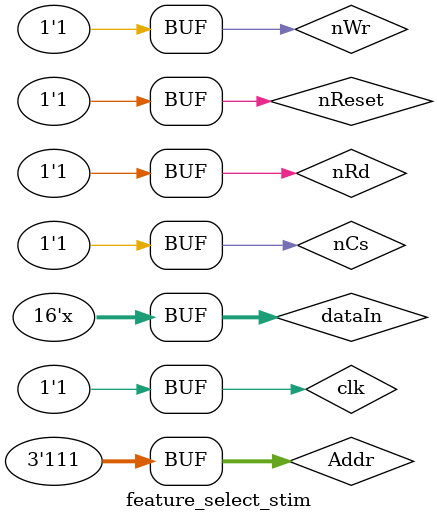
<source format=v>
`timescale 1ns / 100ps
`include "parameter.v"

module feature_select_stim;

parameter period = 100000;

reg [15:0] dataIn;
reg clk, nReset, nRd, nWr, nCs;
reg [2:0] Addr;

wire [15:0] dataOut;
wire Intr; 

feature_select dut (clk, nReset, Addr, dataIn, dataOut, nRd, nWr, nCs, Intr);

task wr_data;
input [2:0] address;
input [15:0] data;
	begin
	#period
	Addr = address;
	dataIn = data;
	nCs = 0;
	nRd = 1;
	nWr = 0;
#period;
Addr = address;
dataIn = 16'bZ;
nCs = 1;
nRd = 1;
nWr = 1;
#period;
end
endtask

task rd_data;
input [2:0] address;
begin
#period;
Addr = address;
nCs = 0;
nRd = 0;
nWr = 1;
#period;
Addr = address;
nCs = 1;
nRd = 1;
nWr = 1;
#period;
end
endtask

always
begin
  clk = 1;
  #(period/2)	clk = 0;
  #(period/2)	clk = 1;
end


initial
begin
nReset= 0; 
dataIn = 16'bZ;
Addr = 3'b000;
nRd = 1;
nWr = 1;
nCs = 1;		 
#(10*period);
nReset= 1;
#(20*period);
// write feature code
wr_data (3'b110,16'b0000011011110000);
wr_data (3'b111, 16'b0000000011111110);
rd_data (3'b110);
rd_data (3'b111);	    
// write start, select X
wr_data (3'b010,16'h8000);
rd_data (3'b010);
#(20*period);

// x data
#(2*period); wr_data(3'b000,16'b0000000000001011);
#(2*period); wr_data(3'b000,16'b0000000000001010);
#(2*period); wr_data(3'b000,16'b0000000000001101);
#(2*period); wr_data(3'b000,16'b0000000000001100);
#(2*period); wr_data(3'b000,16'b0000000000001100);
#(2*period); wr_data(3'b000,16'b0000000000001101);
#(2*period); wr_data(3'b000,16'b0000000000001010);
#(2*period); wr_data(3'b000,16'b0000000000001100);
#(2*period); wr_data(3'b000,16'b0000000000001110);
#(2*period); wr_data(3'b000,16'b0000000000001101);
#(2*period); wr_data(3'b000,16'b0000000000001011);
#(2*period); wr_data(3'b000,16'b0000000000001011);
#(2*period); wr_data(3'b000,16'b0000000000001010);
#(2*period); wr_data(3'b000,16'b0000000000001010);
#(2*period); wr_data(3'b000,16'b0000000000001100);
#(2*period); wr_data(3'b000,16'b0000000000001101);
#(2*period); wr_data(3'b000,16'b0000000000001110);
#(2*period); wr_data(3'b000,16'b0000000000001101);
#(2*period); wr_data(3'b000,16'b0000000000001011);
#(2*period); wr_data(3'b000,16'b0000000000001101);
#(2*period); wr_data(3'b000,16'b0000000000001011);
#(2*period); wr_data(3'b000,16'b0000000000001011);
#(2*period); wr_data(3'b000,16'b0000000000001010);
#(2*period); wr_data(3'b000,16'b0000000000001011);
#(2*period); wr_data(3'b000,16'b0000000000001011);
#(2*period); wr_data(3'b000,16'b0000000000001011);
#(2*period); wr_data(3'b000,16'b0000000000001100);
#(2*period); wr_data(3'b000,16'b0000000000001100);
#(2*period); wr_data(3'b000,16'b0000000000001011);
#(2*period); wr_data(3'b000,16'b0000000000001011);
#(2*period); wr_data(3'b000,16'b0000000000001110);
#(2*period); wr_data(3'b000,16'b0000000000001110);
#(2*period); wr_data(3'b000,16'b0000000000001101);
#(2*period); wr_data(3'b000,16'b0000000000001011);
#(2*period); wr_data(3'b000,16'b0000000000001011);
#(2*period); wr_data(3'b000,16'b0000000000001010);
#(2*period); wr_data(3'b000,16'b0000000000001111);
#(2*period); wr_data(3'b000,16'b0000000000001110);
#(2*period); wr_data(3'b000,16'b0000000000001101);
#(2*period); wr_data(3'b000,16'b0000000000001100);
#(2*period); wr_data(3'b000,16'b0000000000001011);
#(2*period); wr_data(3'b000,16'b0000000000001101);
#(2*period); wr_data(3'b000,16'b0000000000001111);
#(2*period); wr_data(3'b000,16'b0000000000001011);
#(2*period); wr_data(3'b000,16'b0000000000001011);
#(2*period); wr_data(3'b000,16'b0000000000001100);
#(2*period); wr_data(3'b000,16'b0000000000001010);
#(2*period); wr_data(3'b000,16'b0000000000001101);
#(2*period); wr_data(3'b000,16'b0000000000001100);
#(2*period); wr_data(3'b000,16'b0000000000001111);
#(2*period); wr_data(3'b000,16'b0000000000001100);
#(2*period); wr_data(3'b000,16'b0000000000001101);
#(2*period); wr_data(3'b000,16'b0000000000001011);
#(2*period); wr_data(3'b000,16'b0000000000001100);
#(2*period); wr_data(3'b000,16'b0000000000001011);
#(2*period); wr_data(3'b000,16'b0000000000001110);
#(2*period); wr_data(3'b000,16'b0000000000001110);
#(2*period); wr_data(3'b000,16'b0000000000001100);
#(2*period); wr_data(3'b000,16'b0000000000001101);
#(2*period); wr_data(3'b000,16'b0000000000001011);
#(2*period); wr_data(3'b000,16'b0000000000001101);
#(2*period); wr_data(3'b000,16'b0000000000001110);
#(2*period); wr_data(3'b000,16'b0000000000001101);
#(2*period); wr_data(3'b000,16'b0000000000001100);
#(2*period); wr_data(3'b000,16'b0000000000001011);
#(2*period); wr_data(3'b000,16'b0000000000001100);
#(2*period); wr_data(3'b000,16'b0000000000001100);
#(2*period); wr_data(3'b000,16'b0000000000001100);
#(2*period); wr_data(3'b000,16'b0000000000001101);
#(2*period); wr_data(3'b000,16'b0000000000001110);
#(2*period); wr_data(3'b000,16'b0000000000001100);
#(2*period); wr_data(3'b000,16'b0000000000001100);
#(2*period); wr_data(3'b000,16'b0000000000001011);
#(2*period); wr_data(3'b000,16'b0000000000001010);
#(2*period); wr_data(3'b000,16'b0000000000001011);
#(2*period); wr_data(3'b000,16'b0000000000001100);
#(2*period); wr_data(3'b000,16'b0000000000001101);
#(2*period); wr_data(3'b000,16'b0000000000001111);
#(2*period); wr_data(3'b000,16'b0000000000001111);
#(2*period); wr_data(3'b000,16'b0000000000001100);
#(2*period); wr_data(3'b000,16'b0000000000001011);
#(2*period); wr_data(3'b000,16'b0000000000001110);
#(2*period); wr_data(3'b000,16'b0000000000001110);
#(2*period); wr_data(3'b000,16'b0000000000001110);
#(2*period); wr_data(3'b000,16'b0000000000001110);
#(2*period); wr_data(3'b000,16'b0000000000001011);
#(2*period); wr_data(3'b000,16'b0000000000001101);
#(2*period); wr_data(3'b000,16'b0000000000001100);
#(2*period); wr_data(3'b000,16'b0000000000001011);
#(2*period); wr_data(3'b000,16'b0000000000001010);
#(2*period); wr_data(3'b000,16'b0000000000001110);
#(2*period); wr_data(3'b000,16'b0000000000001011);
#(2*period); wr_data(3'b000,16'b0000000000001011);
#(2*period); wr_data(3'b000,16'b0000000000001101);
#(2*period); wr_data(3'b000,16'b0000000000001110);
#(2*period); wr_data(3'b000,16'b0000000000001101);
#(2*period); wr_data(3'b000,16'b0000000000001110);
#(2*period); wr_data(3'b000,16'b0000000000001011);
#(2*period); wr_data(3'b000,16'b0000000000001111);
#(2*period); wr_data(3'b000,16'b0000000000001101);
#(2*period); wr_data(3'b000,16'b0000000000001101);
#(2*period); wr_data(3'b000,16'b0000000000001010);
#(2*period); wr_data(3'b000,16'b0000000000001110);
#(2*period); wr_data(3'b000,16'b0000000000001110);
#(2*period); wr_data(3'b000,16'b0000000000001011);
#(2*period); wr_data(3'b000,16'b0000000000001101);
#(2*period); wr_data(3'b000,16'b0000000000001100);
#(2*period); wr_data(3'b000,16'b0000000000001101);
#(2*period); wr_data(3'b000,16'b0000000000001100);
#(2*period); wr_data(3'b000,16'b0000000000001100);
#(2*period); wr_data(3'b000,16'b0000000000001011);
#(2*period); wr_data(3'b000,16'b0000000000001011);
#(2*period); wr_data(3'b000,16'b0000000000001010);
#(2*period); wr_data(3'b000,16'b0000000000001111);
#(2*period); wr_data(3'b000,16'b0000000000001101);
#(2*period); wr_data(3'b000,16'b0000000000001111);
#(2*period); wr_data(3'b000,16'b0000000000001011);
#(2*period); wr_data(3'b000,16'b0000000000001111);
#(2*period); wr_data(3'b000,16'b0000000000001110);
#(2*period); wr_data(3'b000,16'b0000000000001101);
#(2*period); wr_data(3'b000,16'b0000000000001100);
#(2*period); wr_data(3'b000,16'b0000000000001011);
#(2*period); wr_data(3'b000,16'b0000000000001110);
#(2*period); wr_data(3'b000,16'b0000000000001011);
#(2*period); wr_data(3'b000,16'b0000000000001010);
#(2*period); wr_data(3'b000,16'b0000000000001110);
#(2*period); wr_data(3'b000,16'b0000000000001101);
#(2*period); wr_data(3'b000,16'b0000000000001110);
#(2*period); wr_data(3'b000,16'b0000000000001101);
#(2*period); wr_data(3'b000,16'b0000000000001100);
#(2*period); wr_data(3'b000,16'b0000000000001100);
#(2*period); wr_data(3'b000,16'b0000000000001110);
#(2*period); wr_data(3'b000,16'b0000000000001100);
#(2*period); wr_data(3'b000,16'b0000000000001110);
#(2*period); wr_data(3'b000,16'b0000000000001110);
#(2*period); wr_data(3'b000,16'b0000000000001110);
#(2*period); wr_data(3'b000,16'b0000000000001101);
#(2*period); wr_data(3'b000,16'b0000000000001101);
#(2*period); wr_data(3'b000,16'b0000000000001111);
#(2*period); wr_data(3'b000,16'b0000000000001100);
#(2*period); wr_data(3'b000,16'b0000000000001010);
#(2*period); wr_data(3'b000,16'b0000000000001110);
#(2*period); wr_data(3'b000,16'b0000000000001101);
#(2*period); wr_data(3'b000,16'b0000000000001100);
#(2*period); wr_data(3'b000,16'b0000000000001111);
#(2*period); wr_data(3'b000,16'b0000000000001011);
#(2*period); wr_data(3'b000,16'b0000000000001101);
#(2*period); wr_data(3'b000,16'b0000000000001101);
#(2*period); wr_data(3'b000,16'b0000000000001100);
#(2*period); wr_data(3'b000,16'b0000000000001011);
#(2*period); wr_data(3'b000,16'b0000000000001010);
#(2*period); wr_data(3'b000,16'b0000000000001100);
#(2*period); wr_data(3'b000,16'b0000000000001011);
#(2*period); wr_data(3'b000,16'b0000000000001110);
#(2*period); wr_data(3'b000,16'b0000000000001100);
#(2*period); wr_data(3'b000,16'b0000000000001110);
#(2*period); wr_data(3'b000,16'b0000000000001110);
#(2*period); wr_data(3'b000,16'b0000000000001101);
#(2*period); wr_data(3'b000,16'b0000000000001011);
#(2*period); wr_data(3'b000,16'b0000000000001111);
#(2*period); wr_data(3'b000,16'b0000000000001011);
#(2*period); wr_data(3'b000,16'b0000000000001111);
#(2*period); wr_data(3'b000,16'b0000000000001011);
#(2*period); wr_data(3'b000,16'b0000000000001100);
#(2*period); wr_data(3'b000,16'b0000000000001010);
#(2*period); wr_data(3'b000,16'b0000000000001101);
#(2*period); wr_data(3'b000,16'b0000000000001011);
#(2*period); wr_data(3'b000,16'b0000000000001010);
#(2*period); wr_data(3'b000,16'b0000000000001110);
#(2*period); wr_data(3'b000,16'b0000000000001100);
#(2*period); wr_data(3'b000,16'b0000000000001101);
#(2*period); wr_data(3'b000,16'b0000000000001100);
#(2*period); wr_data(3'b000,16'b0000000000001101);
#(2*period); wr_data(3'b000,16'b0000000000001010);
#(2*period); wr_data(3'b000,16'b0000000000001111);
#(2*period); wr_data(3'b000,16'b0000000000001110);
#(2*period); wr_data(3'b000,16'b0000000000001110);
#(2*period); wr_data(3'b000,16'b0000000000001110);
#(2*period); wr_data(3'b000,16'b0000000000001100);
#(2*period); wr_data(3'b000,16'b0000000000001101);
#(2*period); wr_data(3'b000,16'b0000000000001101);
#(2*period); wr_data(3'b000,16'b0000000000001101);
#(2*period); wr_data(3'b000,16'b0000000000001011);
#(2*period); wr_data(3'b000,16'b0000000000001011);
#(2*period); wr_data(3'b000,16'b0000000000001100);
#(2*period); wr_data(3'b000,16'b0000000000001011);
#(2*period); wr_data(3'b000,16'b0000000000001110);
#(2*period); wr_data(3'b000,16'b0000000000001111);
#(2*period); wr_data(3'b000,16'b0000000000001010);
#(2*period); wr_data(3'b000,16'b0000000000001101);
#(2*period); wr_data(3'b000,16'b0000000000001010);
#(2*period); wr_data(3'b000,16'b0000000000001110);
#(2*period); wr_data(3'b000,16'b0000000000001111);
#(2*period); wr_data(3'b000,16'b0000000000001010);
#(2*period); wr_data(3'b000,16'b0000000000001111);
#(2*period); wr_data(3'b000,16'b0000000000001010);
#(2*period); wr_data(3'b000,16'b0000000000001101);
#(2*period); wr_data(3'b000,16'b0000000000001110);
#(2*period); wr_data(3'b000,16'b0000000000001101);
#(2*period); wr_data(3'b000,16'b0000000000001110);
#(2*period); wr_data(3'b000,16'b0000000000001110);
#(2*period); wr_data(3'b000,16'b0000000000001101);
#(2*period); wr_data(3'b000,16'b0000000000001011);
#(2*period); wr_data(3'b000,16'b0000000000001011);
#(2*period); wr_data(3'b000,16'b0000000000001011);
#(2*period); wr_data(3'b000,16'b0000000000001010);
#(2*period); wr_data(3'b000,16'b0000000000001011);
#(2*period); wr_data(3'b000,16'b0000000000001101);
#(2*period); wr_data(3'b000,16'b0000000000001111);
#(2*period); wr_data(3'b000,16'b0000000000001100);
#(2*period); wr_data(3'b000,16'b0000000000001100);
#(2*period); wr_data(3'b000,16'b0000000000001111);
#(2*period); wr_data(3'b000,16'b0000000000001111);
#(2*period); wr_data(3'b000,16'b0000000000001101);
#(2*period); wr_data(3'b000,16'b0000000000001111);
#(2*period); wr_data(3'b000,16'b0000000000001110);
#(2*period); wr_data(3'b000,16'b0000000000001100);
#(2*period); wr_data(3'b000,16'b0000000000001101);
#(2*period); wr_data(3'b000,16'b0000000000001011);
#(2*period); wr_data(3'b000,16'b0000000000001011);
#(2*period); wr_data(3'b000,16'b0000000000001101);
#(2*period); wr_data(3'b000,16'b0000000000001101);
#(2*period); wr_data(3'b000,16'b0000000000001100);
#(2*period); wr_data(3'b000,16'b0000000000001101);
#(2*period); wr_data(3'b000,16'b0000000000001110);
#(2*period); wr_data(3'b000,16'b0000000000001101);
#(2*period); wr_data(3'b000,16'b0000000000001101);
#(2*period); wr_data(3'b000,16'b0000000000001101);
#(2*period); wr_data(3'b000,16'b0000000000001101);
#(2*period); wr_data(3'b000,16'b0000000000001010);
#(2*period); wr_data(3'b000,16'b0000000000001110);
#(2*period); wr_data(3'b000,16'b0000000000001111);
#(2*period); wr_data(3'b000,16'b0000000000001100);
#(2*period); wr_data(3'b000,16'b0000000000001111);
#(2*period); wr_data(3'b000,16'b0000000000001100);
#(2*period); wr_data(3'b000,16'b0000000000001110);
#(2*period); wr_data(3'b000,16'b0000000000001100);
#(2*period); wr_data(3'b000,16'b0000000000001100);
#(2*period); wr_data(3'b000,16'b0000000000001011);
#(2*period); wr_data(3'b000,16'b0000000000001011);
#(2*period); wr_data(3'b000,16'b0000000000001100);
#(2*period); wr_data(3'b000,16'b0000000000001110);
#(2*period); wr_data(3'b000,16'b0000000000001110);
#(2*period); wr_data(3'b000,16'b0000000000001101);
#(2*period); wr_data(3'b000,16'b0000000000001010);
#(2*period); wr_data(3'b000,16'b0000000000001110);
#(2*period); wr_data(3'b000,16'b0000000000001111);
#(2*period); wr_data(3'b000,16'b0000000000001110);
#(2*period); wr_data(3'b000,16'b0000000000001010);
#(2*period); wr_data(3'b000,16'b0000000000001100);
#(2*period); wr_data(3'b000,16'b0000000000001110);
#(2*period); wr_data(3'b000,16'b0000000000001110);
#(2*period); wr_data(3'b000,16'b0000000000001011);
#(2*period); wr_data(3'b000,16'b0000000000001011);
#(2*period); wr_data(3'b000,16'b0000000000001101);
#(2*period); wr_data(3'b000,16'b0000000000001100);

#(2000*period);

// remove start, select y, write start
wr_data (3'b010,16'h0001);
#(20*period);
wr_data (3'b010,16'h8001);
#(20*period);



// y data
#(2*period); wr_data(3'b000,16'b0000000000001110);
#(2*period); wr_data(3'b000,16'b0000000000001101);
#(2*period); wr_data(3'b000,16'b0000000000001101);
#(2*period); wr_data(3'b000,16'b0000000000001111);
#(2*period); wr_data(3'b000,16'b0000000000001111);
#(2*period); wr_data(3'b000,16'b0000000000010000);
#(2*period); wr_data(3'b000,16'b0000000000001100);
#(2*period); wr_data(3'b000,16'b0000000000001101);
#(2*period); wr_data(3'b000,16'b0000000000001100);
#(2*period); wr_data(3'b000,16'b0000000000001110);
#(2*period); wr_data(3'b000,16'b0000000000001101);
#(2*period); wr_data(3'b000,16'b0000000000010000);
#(2*period); wr_data(3'b000,16'b0000000000001100);
#(2*period); wr_data(3'b000,16'b0000000000001100);
#(2*period); wr_data(3'b000,16'b0000000000001110);
#(2*period); wr_data(3'b000,16'b0000000000001111);
#(2*period); wr_data(3'b000,16'b0000000000001101);
#(2*period); wr_data(3'b000,16'b0000000000001101);
#(2*period); wr_data(3'b000,16'b0000000000001101);
#(2*period); wr_data(3'b000,16'b0000000000001101);
#(2*period); wr_data(3'b000,16'b0000000000001110);
#(2*period); wr_data(3'b000,16'b0000000000010000);
#(2*period); wr_data(3'b000,16'b0000000000001111);
#(2*period); wr_data(3'b000,16'b0000000000001100);
#(2*period); wr_data(3'b000,16'b0000000000001110);
#(2*period); wr_data(3'b000,16'b0000000000001100);
#(2*period); wr_data(3'b000,16'b0000000000001110);
#(2*period); wr_data(3'b000,16'b0000000000001110);
#(2*period); wr_data(3'b000,16'b0000000000010000);
#(2*period); wr_data(3'b000,16'b0000000000001111);
#(2*period); wr_data(3'b000,16'b0000000000001110);
#(2*period); wr_data(3'b000,16'b0000000000010000);
#(2*period); wr_data(3'b000,16'b0000000000001101);
#(2*period); wr_data(3'b000,16'b0000000000001110);
#(2*period); wr_data(3'b000,16'b0000000000010000);
#(2*period); wr_data(3'b000,16'b0000000000010000);
#(2*period); wr_data(3'b000,16'b0000000000001111);
#(2*period); wr_data(3'b000,16'b0000000000001110);
#(2*period); wr_data(3'b000,16'b0000000000001101);
#(2*period); wr_data(3'b000,16'b0000000000010000);
#(2*period); wr_data(3'b000,16'b0000000000001100);
#(2*period); wr_data(3'b000,16'b0000000000001111);
#(2*period); wr_data(3'b000,16'b0000000000001111);
#(2*period); wr_data(3'b000,16'b0000000000001111);
#(2*period); wr_data(3'b000,16'b0000000000001110);
#(2*period); wr_data(3'b000,16'b0000000000001111);
#(2*period); wr_data(3'b000,16'b0000000000001111);
#(2*period); wr_data(3'b000,16'b0000000000001101);
#(2*period); wr_data(3'b000,16'b0000000000001110);
#(2*period); wr_data(3'b000,16'b0000000000010000);
#(2*period); wr_data(3'b000,16'b0000000000001110);
#(2*period); wr_data(3'b000,16'b0000000000001101);
#(2*period); wr_data(3'b000,16'b0000000000001110);
#(2*period); wr_data(3'b000,16'b0000000000001101);
#(2*period); wr_data(3'b000,16'b0000000000001111);
#(2*period); wr_data(3'b000,16'b0000000000001110);
#(2*period); wr_data(3'b000,16'b0000000000001110);
#(2*period); wr_data(3'b000,16'b0000000000001111);
#(2*period); wr_data(3'b000,16'b0000000000010000);
#(2*period); wr_data(3'b000,16'b0000000000001101);
#(2*period); wr_data(3'b000,16'b0000000000001111);
#(2*period); wr_data(3'b000,16'b0000000000001111);
#(2*period); wr_data(3'b000,16'b0000000000010000);
#(2*period); wr_data(3'b000,16'b0000000000001100);
#(2*period); wr_data(3'b000,16'b0000000000001101);
#(2*period); wr_data(3'b000,16'b0000000000001111);
#(2*period); wr_data(3'b000,16'b0000000000001101);
#(2*period); wr_data(3'b000,16'b0000000000001101);
#(2*period); wr_data(3'b000,16'b0000000000001111);
#(2*period); wr_data(3'b000,16'b0000000000001110);
#(2*period); wr_data(3'b000,16'b0000000000001110);
#(2*period); wr_data(3'b000,16'b0000000000001111);
#(2*period); wr_data(3'b000,16'b0000000000001100);
#(2*period); wr_data(3'b000,16'b0000000000001101);
#(2*period); wr_data(3'b000,16'b0000000000001110);
#(2*period); wr_data(3'b000,16'b0000000000001101);
#(2*period); wr_data(3'b000,16'b0000000000001111);
#(2*period); wr_data(3'b000,16'b0000000000001111);
#(2*period); wr_data(3'b000,16'b0000000000001101);
#(2*period); wr_data(3'b000,16'b0000000000001111);
#(2*period); wr_data(3'b000,16'b0000000000001101);
#(2*period); wr_data(3'b000,16'b0000000000001111);
#(2*period); wr_data(3'b000,16'b0000000000001101);
#(2*period); wr_data(3'b000,16'b0000000000001110);
#(2*period); wr_data(3'b000,16'b0000000000001101);
#(2*period); wr_data(3'b000,16'b0000000000001111);
#(2*period); wr_data(3'b000,16'b0000000000001110);
#(2*period); wr_data(3'b000,16'b0000000000001110);
#(2*period); wr_data(3'b000,16'b0000000000010000);
#(2*period); wr_data(3'b000,16'b0000000000001101);
#(2*period); wr_data(3'b000,16'b0000000000001110);
#(2*period); wr_data(3'b000,16'b0000000000010000);
#(2*period); wr_data(3'b000,16'b0000000000001100);
#(2*period); wr_data(3'b000,16'b0000000000010000);
#(2*period); wr_data(3'b000,16'b0000000000001101);
#(2*period); wr_data(3'b000,16'b0000000000001111);
#(2*period); wr_data(3'b000,16'b0000000000001110);
#(2*period); wr_data(3'b000,16'b0000000000001111);
#(2*period); wr_data(3'b000,16'b0000000000001101);
#(2*period); wr_data(3'b000,16'b0000000000001110);
#(2*period); wr_data(3'b000,16'b0000000000001111);
#(2*period); wr_data(3'b000,16'b0000000000001100);
#(2*period); wr_data(3'b000,16'b0000000000001100);
#(2*period); wr_data(3'b000,16'b0000000000010000);
#(2*period); wr_data(3'b000,16'b0000000000001111);
#(2*period); wr_data(3'b000,16'b0000000000001101);
#(2*period); wr_data(3'b000,16'b0000000000001110);
#(2*period); wr_data(3'b000,16'b0000000000001100);
#(2*period); wr_data(3'b000,16'b0000000000001101);
#(2*period); wr_data(3'b000,16'b0000000000001101);
#(2*period); wr_data(3'b000,16'b0000000000001101);
#(2*period); wr_data(3'b000,16'b0000000000001101);
#(2*period); wr_data(3'b000,16'b0000000000001101);
#(2*period); wr_data(3'b000,16'b0000000000001100);
#(2*period); wr_data(3'b000,16'b0000000000010000);
#(2*period); wr_data(3'b000,16'b0000000000001100);
#(2*period); wr_data(3'b000,16'b0000000000010000);
#(2*period); wr_data(3'b000,16'b0000000000001110);
#(2*period); wr_data(3'b000,16'b0000000000001100);
#(2*period); wr_data(3'b000,16'b0000000000001101);
#(2*period); wr_data(3'b000,16'b0000000000001111);
#(2*period); wr_data(3'b000,16'b0000000000001111);
#(2*period); wr_data(3'b000,16'b0000000000001110);
#(2*period); wr_data(3'b000,16'b0000000000001111);
#(2*period); wr_data(3'b000,16'b0000000000010000);
#(2*period); wr_data(3'b000,16'b0000000000001100);
#(2*period); wr_data(3'b000,16'b0000000000001101);
#(2*period); wr_data(3'b000,16'b0000000000001100);
#(2*period); wr_data(3'b000,16'b0000000000001101);
#(2*period); wr_data(3'b000,16'b0000000000001111);
#(2*period); wr_data(3'b000,16'b0000000000001111);
#(2*period); wr_data(3'b000,16'b0000000000010000);
#(2*period); wr_data(3'b000,16'b0000000000001110);
#(2*period); wr_data(3'b000,16'b0000000000001100);
#(2*period); wr_data(3'b000,16'b0000000000010000);
#(2*period); wr_data(3'b000,16'b0000000000001111);
#(2*period); wr_data(3'b000,16'b0000000000001101);
#(2*period); wr_data(3'b000,16'b0000000000001110);
#(2*period); wr_data(3'b000,16'b0000000000010000);
#(2*period); wr_data(3'b000,16'b0000000000001111);
#(2*period); wr_data(3'b000,16'b0000000000001111);
#(2*period); wr_data(3'b000,16'b0000000000001110);
#(2*period); wr_data(3'b000,16'b0000000000001110);
#(2*period); wr_data(3'b000,16'b0000000000001110);
#(2*period); wr_data(3'b000,16'b0000000000001101);
#(2*period); wr_data(3'b000,16'b0000000000001111);
#(2*period); wr_data(3'b000,16'b0000000000001110);
#(2*period); wr_data(3'b000,16'b0000000000001111);
#(2*period); wr_data(3'b000,16'b0000000000001101);
#(2*period); wr_data(3'b000,16'b0000000000001101);
#(2*period); wr_data(3'b000,16'b0000000000001110);
#(2*period); wr_data(3'b000,16'b0000000000001101);
#(2*period); wr_data(3'b000,16'b0000000000001111);
#(2*period); wr_data(3'b000,16'b0000000000001111);
#(2*period); wr_data(3'b000,16'b0000000000001111);
#(2*period); wr_data(3'b000,16'b0000000000001101);
#(2*period); wr_data(3'b000,16'b0000000000001100);
#(2*period); wr_data(3'b000,16'b0000000000001110);
#(2*period); wr_data(3'b000,16'b0000000000001101);
#(2*period); wr_data(3'b000,16'b0000000000010000);
#(2*period); wr_data(3'b000,16'b0000000000010000);
#(2*period); wr_data(3'b000,16'b0000000000001101);
#(2*period); wr_data(3'b000,16'b0000000000001111);
#(2*period); wr_data(3'b000,16'b0000000000010000);
#(2*period); wr_data(3'b000,16'b0000000000001110);
#(2*period); wr_data(3'b000,16'b0000000000010000);
#(2*period); wr_data(3'b000,16'b0000000000010000);
#(2*period); wr_data(3'b000,16'b0000000000001110);
#(2*period); wr_data(3'b000,16'b0000000000001111);
#(2*period); wr_data(3'b000,16'b0000000000001110);
#(2*period); wr_data(3'b000,16'b0000000000001100);
#(2*period); wr_data(3'b000,16'b0000000000001110);
#(2*period); wr_data(3'b000,16'b0000000000001111);
#(2*period); wr_data(3'b000,16'b0000000000001110);
#(2*period); wr_data(3'b000,16'b0000000000001101);
#(2*period); wr_data(3'b000,16'b0000000000010000);
#(2*period); wr_data(3'b000,16'b0000000000001111);
#(2*period); wr_data(3'b000,16'b0000000000001111);
#(2*period); wr_data(3'b000,16'b0000000000001101);
#(2*period); wr_data(3'b000,16'b0000000000001110);
#(2*period); wr_data(3'b000,16'b0000000000001111);
#(2*period); wr_data(3'b000,16'b0000000000010000);
#(2*period); wr_data(3'b000,16'b0000000000001111);
#(2*period); wr_data(3'b000,16'b0000000000001101);
#(2*period); wr_data(3'b000,16'b0000000000001111);
#(2*period); wr_data(3'b000,16'b0000000000001100);
#(2*period); wr_data(3'b000,16'b0000000000001110);
#(2*period); wr_data(3'b000,16'b0000000000001111);
#(2*period); wr_data(3'b000,16'b0000000000010000);
#(2*period); wr_data(3'b000,16'b0000000000001111);
#(2*period); wr_data(3'b000,16'b0000000000001110);
#(2*period); wr_data(3'b000,16'b0000000000001111);
#(2*period); wr_data(3'b000,16'b0000000000001110);
#(2*period); wr_data(3'b000,16'b0000000000010000);
#(2*period); wr_data(3'b000,16'b0000000000010000);
#(2*period); wr_data(3'b000,16'b0000000000001111);
#(2*period); wr_data(3'b000,16'b0000000000001110);
#(2*period); wr_data(3'b000,16'b0000000000001110);
#(2*period); wr_data(3'b000,16'b0000000000001101);
#(2*period); wr_data(3'b000,16'b0000000000001111);
#(2*period); wr_data(3'b000,16'b0000000000010000);
#(2*period); wr_data(3'b000,16'b0000000000010000);
#(2*period); wr_data(3'b000,16'b0000000000001110);
#(2*period); wr_data(3'b000,16'b0000000000001110);
#(2*period); wr_data(3'b000,16'b0000000000001101);
#(2*period); wr_data(3'b000,16'b0000000000010000);
#(2*period); wr_data(3'b000,16'b0000000000001110);
#(2*period); wr_data(3'b000,16'b0000000000001101);
#(2*period); wr_data(3'b000,16'b0000000000010000);
#(2*period); wr_data(3'b000,16'b0000000000001111);
#(2*period); wr_data(3'b000,16'b0000000000010000);
#(2*period); wr_data(3'b000,16'b0000000000001101);
#(2*period); wr_data(3'b000,16'b0000000000001111);
#(2*period); wr_data(3'b000,16'b0000000000001111);
#(2*period); wr_data(3'b000,16'b0000000000001100);
#(2*period); wr_data(3'b000,16'b0000000000001110);
#(2*period); wr_data(3'b000,16'b0000000000001101);
#(2*period); wr_data(3'b000,16'b0000000000001111);
#(2*period); wr_data(3'b000,16'b0000000000001101);
#(2*period); wr_data(3'b000,16'b0000000000010000);
#(2*period); wr_data(3'b000,16'b0000000000001111);
#(2*period); wr_data(3'b000,16'b0000000000001110);
#(2*period); wr_data(3'b000,16'b0000000000001110);
#(2*period); wr_data(3'b000,16'b0000000000001111);
#(2*period); wr_data(3'b000,16'b0000000000001111);
#(2*period); wr_data(3'b000,16'b0000000000001110);
#(2*period); wr_data(3'b000,16'b0000000000001110);
#(2*period); wr_data(3'b000,16'b0000000000001101);
#(2*period); wr_data(3'b000,16'b0000000000001110);
#(2*period); wr_data(3'b000,16'b0000000000001111);
#(2*period); wr_data(3'b000,16'b0000000000010000);
#(2*period); wr_data(3'b000,16'b0000000000001111);
#(2*period); wr_data(3'b000,16'b0000000000001100);
#(2*period); wr_data(3'b000,16'b0000000000001111);
#(2*period); wr_data(3'b000,16'b0000000000001110);
#(2*period); wr_data(3'b000,16'b0000000000001110);
#(2*period); wr_data(3'b000,16'b0000000000001100);
#(2*period); wr_data(3'b000,16'b0000000000001111);
#(2*period); wr_data(3'b000,16'b0000000000001101);
#(2*period); wr_data(3'b000,16'b0000000000001101);
#(2*period); wr_data(3'b000,16'b0000000000001101);
#(2*period); wr_data(3'b000,16'b0000000000001110);
#(2*period); wr_data(3'b000,16'b0000000000001110);
#(2*period); wr_data(3'b000,16'b0000000000001110);
#(2*period); wr_data(3'b000,16'b0000000000001110);
#(2*period); wr_data(3'b000,16'b0000000000001110);
#(2*period); wr_data(3'b000,16'b0000000000001110);
#(2*period); wr_data(3'b000,16'b0000000000001111);
#(2*period); wr_data(3'b000,16'b0000000000010000);
#(2*period); wr_data(3'b000,16'b0000000000001111);
#(2*period); wr_data(3'b000,16'b0000000000001110);
#(2*period); wr_data(3'b000,16'b0000000000001111);
#(2*period); wr_data(3'b000,16'b0000000000001101);
#(2*period); wr_data(3'b000,16'b0000000000001100);
#(2*period); wr_data(3'b000,16'b0000000000001100);
#(2*period); wr_data(3'b000,16'b0000000000001101);

#(2000*period);

// remove start, select z, write start
wr_data (3'b010,16'h0003);
#(20*period);
wr_data (3'b010,16'h8003);
#(20*period);

// z data

#(2*period); wr_data(3'b000,16'b0000000000001001);
#(2*period); wr_data(3'b000,16'b0000000000001001);
#(2*period); wr_data(3'b000,16'b0000000000000111);
#(2*period); wr_data(3'b000,16'b0000000000001010);
#(2*period); wr_data(3'b000,16'b0000000000001000);
#(2*period); wr_data(3'b000,16'b0000000000001000);
#(2*period); wr_data(3'b000,16'b0000000000001011);
#(2*period); wr_data(3'b000,16'b0000000000001100);
#(2*period); wr_data(3'b000,16'b0000000000001101);
#(2*period); wr_data(3'b000,16'b0000000000001010);
#(2*period); wr_data(3'b000,16'b0000000000001101);
#(2*period); wr_data(3'b000,16'b0000000000001010);
#(2*period); wr_data(3'b000,16'b0000000000001010);
#(2*period); wr_data(3'b000,16'b0000000000001001);
#(2*period); wr_data(3'b000,16'b0000000000001010);
#(2*period); wr_data(3'b000,16'b0000000000001010);
#(2*period); wr_data(3'b000,16'b0000000000000111);
#(2*period); wr_data(3'b000,16'b0000000000001100);
#(2*period); wr_data(3'b000,16'b0000000000000111);
#(2*period); wr_data(3'b000,16'b0000000000001010);
#(2*period); wr_data(3'b000,16'b0000000000001100);
#(2*period); wr_data(3'b000,16'b0000000000001001);
#(2*period); wr_data(3'b000,16'b0000000000001011);
#(2*period); wr_data(3'b000,16'b0000000000001100);
#(2*period); wr_data(3'b000,16'b0000000000001100);
#(2*period); wr_data(3'b000,16'b0000000000001101);
#(2*period); wr_data(3'b000,16'b0000000000001000);
#(2*period); wr_data(3'b000,16'b0000000000001001);
#(2*period); wr_data(3'b000,16'b0000000000001100);
#(2*period); wr_data(3'b000,16'b0000000000001011);
#(2*period); wr_data(3'b000,16'b0000000000001010);
#(2*period); wr_data(3'b000,16'b0000000000001011);
#(2*period); wr_data(3'b000,16'b0000000000001100);
#(2*period); wr_data(3'b000,16'b0000000000001010);
#(2*period); wr_data(3'b000,16'b0000000000001000);
#(2*period); wr_data(3'b000,16'b0000000000001010);
#(2*period); wr_data(3'b000,16'b0000000000001010);
#(2*period); wr_data(3'b000,16'b0000000000001101);
#(2*period); wr_data(3'b000,16'b0000000000001011);
#(2*period); wr_data(3'b000,16'b0000000000001011);
#(2*period); wr_data(3'b000,16'b0000000000001011);
#(2*period); wr_data(3'b000,16'b0000000000001001);
#(2*period); wr_data(3'b000,16'b0000000000001010);
#(2*period); wr_data(3'b000,16'b0000000000001010);
#(2*period); wr_data(3'b000,16'b0000000000001000);
#(2*period); wr_data(3'b000,16'b0000000000001010);
#(2*period); wr_data(3'b000,16'b0000000000001011);
#(2*period); wr_data(3'b000,16'b0000000000001010);
#(2*period); wr_data(3'b000,16'b0000000000001100);
#(2*period); wr_data(3'b000,16'b0000000000001011);
#(2*period); wr_data(3'b000,16'b0000000000001001);
#(2*period); wr_data(3'b000,16'b0000000000001010);
#(2*period); wr_data(3'b000,16'b0000000000001001);
#(2*period); wr_data(3'b000,16'b0000000000001100);
#(2*period); wr_data(3'b000,16'b0000000000001011);
#(2*period); wr_data(3'b000,16'b0000000000001010);
#(2*period); wr_data(3'b000,16'b0000000000001011);
#(2*period); wr_data(3'b000,16'b0000000000001101);
#(2*period); wr_data(3'b000,16'b0000000000001100);
#(2*period); wr_data(3'b000,16'b0000000000001011);
#(2*period); wr_data(3'b000,16'b0000000000001000);
#(2*period); wr_data(3'b000,16'b0000000000001001);
#(2*period); wr_data(3'b000,16'b0000000000001011);
#(2*period); wr_data(3'b000,16'b0000000000001010);
#(2*period); wr_data(3'b000,16'b0000000000000111);
#(2*period); wr_data(3'b000,16'b0000000000001000);
#(2*period); wr_data(3'b000,16'b0000000000001100);
#(2*period); wr_data(3'b000,16'b0000000000000111);
#(2*period); wr_data(3'b000,16'b0000000000001100);
#(2*period); wr_data(3'b000,16'b0000000000000111);
#(2*period); wr_data(3'b000,16'b0000000000001011);
#(2*period); wr_data(3'b000,16'b0000000000001010);
#(2*period); wr_data(3'b000,16'b0000000000001000);
#(2*period); wr_data(3'b000,16'b0000000000001010);
#(2*period); wr_data(3'b000,16'b0000000000001000);
#(2*period); wr_data(3'b000,16'b0000000000001011);
#(2*period); wr_data(3'b000,16'b0000000000001011);
#(2*period); wr_data(3'b000,16'b0000000000000111);
#(2*period); wr_data(3'b000,16'b0000000000000111);
#(2*period); wr_data(3'b000,16'b0000000000001000);
#(2*period); wr_data(3'b000,16'b0000000000000111);
#(2*period); wr_data(3'b000,16'b0000000000001010);
#(2*period); wr_data(3'b000,16'b0000000000001100);
#(2*period); wr_data(3'b000,16'b0000000000001011);
#(2*period); wr_data(3'b000,16'b0000000000001010);
#(2*period); wr_data(3'b000,16'b0000000000001100);
#(2*period); wr_data(3'b000,16'b0000000000001000);
#(2*period); wr_data(3'b000,16'b0000000000001100);
#(2*period); wr_data(3'b000,16'b0000000000001000);
#(2*period); wr_data(3'b000,16'b0000000000001010);
#(2*period); wr_data(3'b000,16'b0000000000001000);
#(2*period); wr_data(3'b000,16'b0000000000001010);
#(2*period); wr_data(3'b000,16'b0000000000000111);
#(2*period); wr_data(3'b000,16'b0000000000001100);
#(2*period); wr_data(3'b000,16'b0000000000001100);
#(2*period); wr_data(3'b000,16'b0000000000001101);
#(2*period); wr_data(3'b000,16'b0000000000001101);
#(2*period); wr_data(3'b000,16'b0000000000001010);
#(2*period); wr_data(3'b000,16'b0000000000001001);
#(2*period); wr_data(3'b000,16'b0000000000001000);
#(2*period); wr_data(3'b000,16'b0000000000001010);
#(2*period); wr_data(3'b000,16'b0000000000001011);
#(2*period); wr_data(3'b000,16'b0000000000001100);
#(2*period); wr_data(3'b000,16'b0000000000000111);
#(2*period); wr_data(3'b000,16'b0000000000001011);
#(2*period); wr_data(3'b000,16'b0000000000001010);
#(2*period); wr_data(3'b000,16'b0000000000001000);
#(2*period); wr_data(3'b000,16'b0000000000001101);
#(2*period); wr_data(3'b000,16'b0000000000001011);
#(2*period); wr_data(3'b000,16'b0000000000001010);
#(2*period); wr_data(3'b000,16'b0000000000001101);
#(2*period); wr_data(3'b000,16'b0000000000001011);
#(2*period); wr_data(3'b000,16'b0000000000001010);
#(2*period); wr_data(3'b000,16'b0000000000001100);
#(2*period); wr_data(3'b000,16'b0000000000001010);
#(2*period); wr_data(3'b000,16'b0000000000001010);
#(2*period); wr_data(3'b000,16'b0000000000001011);
#(2*period); wr_data(3'b000,16'b0000000000001001);
#(2*period); wr_data(3'b000,16'b0000000000001000);
#(2*period); wr_data(3'b000,16'b0000000000001010);
#(2*period); wr_data(3'b000,16'b0000000000001100);
#(2*period); wr_data(3'b000,16'b0000000000001001);
#(2*period); wr_data(3'b000,16'b0000000000001000);
#(2*period); wr_data(3'b000,16'b0000000000001010);
#(2*period); wr_data(3'b000,16'b0000000000001001);
#(2*period); wr_data(3'b000,16'b0000000000001001);
#(2*period); wr_data(3'b000,16'b0000000000001100);
#(2*period); wr_data(3'b000,16'b0000000000001001);
#(2*period); wr_data(3'b000,16'b0000000000001001);
#(2*period); wr_data(3'b000,16'b0000000000001001);
#(2*period); wr_data(3'b000,16'b0000000000001000);
#(2*period); wr_data(3'b000,16'b0000000000001001);
#(2*period); wr_data(3'b000,16'b0000000000001000);
#(2*period); wr_data(3'b000,16'b0000000000001010);
#(2*period); wr_data(3'b000,16'b0000000000001001);
#(2*period); wr_data(3'b000,16'b0000000000001001);
#(2*period); wr_data(3'b000,16'b0000000000001010);
#(2*period); wr_data(3'b000,16'b0000000000001000);
#(2*period); wr_data(3'b000,16'b0000000000001010);
#(2*period); wr_data(3'b000,16'b0000000000001011);
#(2*period); wr_data(3'b000,16'b0000000000001000);
#(2*period); wr_data(3'b000,16'b0000000000001100);
#(2*period); wr_data(3'b000,16'b0000000000000111);
#(2*period); wr_data(3'b000,16'b0000000000001001);
#(2*period); wr_data(3'b000,16'b0000000000000111);
#(2*period); wr_data(3'b000,16'b0000000000001000);
#(2*period); wr_data(3'b000,16'b0000000000000111);
#(2*period); wr_data(3'b000,16'b0000000000001000);
#(2*period); wr_data(3'b000,16'b0000000000001000);
#(2*period); wr_data(3'b000,16'b0000000000001001);
#(2*period); wr_data(3'b000,16'b0000000000001000);
#(2*period); wr_data(3'b000,16'b0000000000001000);
#(2*period); wr_data(3'b000,16'b0000000000001011);
#(2*period); wr_data(3'b000,16'b0000000000001100);
#(2*period); wr_data(3'b000,16'b0000000000001101);
#(2*period); wr_data(3'b000,16'b0000000000001000);
#(2*period); wr_data(3'b000,16'b0000000000001010);
#(2*period); wr_data(3'b000,16'b0000000000001001);
#(2*period); wr_data(3'b000,16'b0000000000001010);
#(2*period); wr_data(3'b000,16'b0000000000001001);
#(2*period); wr_data(3'b000,16'b0000000000000111);
#(2*period); wr_data(3'b000,16'b0000000000001010);
#(2*period); wr_data(3'b000,16'b0000000000001000);
#(2*period); wr_data(3'b000,16'b0000000000000111);
#(2*period); wr_data(3'b000,16'b0000000000001101);
#(2*period); wr_data(3'b000,16'b0000000000001010);
#(2*period); wr_data(3'b000,16'b0000000000001101);
#(2*period); wr_data(3'b000,16'b0000000000001100);
#(2*period); wr_data(3'b000,16'b0000000000000111);
#(2*period); wr_data(3'b000,16'b0000000000001011);
#(2*period); wr_data(3'b000,16'b0000000000001011);
#(2*period); wr_data(3'b000,16'b0000000000001011);
#(2*period); wr_data(3'b000,16'b0000000000001010);
#(2*period); wr_data(3'b000,16'b0000000000001000);
#(2*period); wr_data(3'b000,16'b0000000000001100);
#(2*period); wr_data(3'b000,16'b0000000000001000);
#(2*period); wr_data(3'b000,16'b0000000000001001);
#(2*period); wr_data(3'b000,16'b0000000000001100);
#(2*period); wr_data(3'b000,16'b0000000000001100);
#(2*period); wr_data(3'b000,16'b0000000000001001);
#(2*period); wr_data(3'b000,16'b0000000000001001);
#(2*period); wr_data(3'b000,16'b0000000000001011);
#(2*period); wr_data(3'b000,16'b0000000000001100);
#(2*period); wr_data(3'b000,16'b0000000000001100);
#(2*period); wr_data(3'b000,16'b0000000000001011);
#(2*period); wr_data(3'b000,16'b0000000000001001);
#(2*period); wr_data(3'b000,16'b0000000000001100);
#(2*period); wr_data(3'b000,16'b0000000000001010);
#(2*period); wr_data(3'b000,16'b0000000000001100);
#(2*period); wr_data(3'b000,16'b0000000000000111);
#(2*period); wr_data(3'b000,16'b0000000000001010);
#(2*period); wr_data(3'b000,16'b0000000000001011);
#(2*period); wr_data(3'b000,16'b0000000000001000);
#(2*period); wr_data(3'b000,16'b0000000000001001);
#(2*period); wr_data(3'b000,16'b0000000000001000);
#(2*period); wr_data(3'b000,16'b0000000000001001);
#(2*period); wr_data(3'b000,16'b0000000000001001);
#(2*period); wr_data(3'b000,16'b0000000000001010);
#(2*period); wr_data(3'b000,16'b0000000000000111);
#(2*period); wr_data(3'b000,16'b0000000000001010);
#(2*period); wr_data(3'b000,16'b0000000000001001);
#(2*period); wr_data(3'b000,16'b0000000000001000);
#(2*period); wr_data(3'b000,16'b0000000000001000);
#(2*period); wr_data(3'b000,16'b0000000000001000);
#(2*period); wr_data(3'b000,16'b0000000000001101);
#(2*period); wr_data(3'b000,16'b0000000000001101);
#(2*period); wr_data(3'b000,16'b0000000000001100);
#(2*period); wr_data(3'b000,16'b0000000000001011);
#(2*period); wr_data(3'b000,16'b0000000000001000);
#(2*period); wr_data(3'b000,16'b0000000000001001);
#(2*period); wr_data(3'b000,16'b0000000000001000);
#(2*period); wr_data(3'b000,16'b0000000000000111);
#(2*period); wr_data(3'b000,16'b0000000000001001);
#(2*period); wr_data(3'b000,16'b0000000000001011);
#(2*period); wr_data(3'b000,16'b0000000000001011);
#(2*period); wr_data(3'b000,16'b0000000000001010);
#(2*period); wr_data(3'b000,16'b0000000000001010);
#(2*period); wr_data(3'b000,16'b0000000000001001);
#(2*period); wr_data(3'b000,16'b0000000000001010);
#(2*period); wr_data(3'b000,16'b0000000000001100);
#(2*period); wr_data(3'b000,16'b0000000000001100);
#(2*period); wr_data(3'b000,16'b0000000000001010);
#(2*period); wr_data(3'b000,16'b0000000000001011);
#(2*period); wr_data(3'b000,16'b0000000000001011);
#(2*period); wr_data(3'b000,16'b0000000000001000);
#(2*period); wr_data(3'b000,16'b0000000000001010);
#(2*period); wr_data(3'b000,16'b0000000000001001);
#(2*period); wr_data(3'b000,16'b0000000000001000);
#(2*period); wr_data(3'b000,16'b0000000000001000);
#(2*period); wr_data(3'b000,16'b0000000000001000);
#(2*period); wr_data(3'b000,16'b0000000000001011);
#(2*period); wr_data(3'b000,16'b0000000000001010);
#(2*period); wr_data(3'b000,16'b0000000000001011);
#(2*period); wr_data(3'b000,16'b0000000000001001);
#(2*period); wr_data(3'b000,16'b0000000000000111);
#(2*period); wr_data(3'b000,16'b0000000000001010);
#(2*period); wr_data(3'b000,16'b0000000000001001);
#(2*period); wr_data(3'b000,16'b0000000000001101);
#(2*period); wr_data(3'b000,16'b0000000000001100);
#(2*period); wr_data(3'b000,16'b0000000000001001);
#(2*period); wr_data(3'b000,16'b0000000000000111);
#(2*period); wr_data(3'b000,16'b0000000000001011);
#(2*period); wr_data(3'b000,16'b0000000000001100);
#(2*period); wr_data(3'b000,16'b0000000000001101);
#(2*period); wr_data(3'b000,16'b0000000000000111);
#(2*period); wr_data(3'b000,16'b0000000000001010);
#(2*period); wr_data(3'b000,16'b0000000000001010);
#(2*period); wr_data(3'b000,16'b0000000000001011);
#(2*period); wr_data(3'b000,16'b0000000000001011);
#(2*period); wr_data(3'b000,16'b0000000000001011);
#(2*period); wr_data(3'b000,16'b0000000000001011);
#(2*period); wr_data(3'b000,16'b0000000000001001);
#(2*period); wr_data(3'b000,16'b0000000000001010);
#(2*period); wr_data(3'b000,16'b0000000000001000);
#(2*period); wr_data(3'b000,16'b0000000000000111);
#(2*period); wr_data(3'b000,16'b0000000000001101);

#(2000*period);

// remove start, select z, write start
wr_data (3'b010,16'h0000);
#(20*period);
wr_data (3'b010,16'h8000);
#(20*period);

// x cent
#(2*period); wr_data(3'b001,16'b0000000000001011);
#(2*period); wr_data(3'b001,16'b0000000000001111);
#(2*period); wr_data(3'b001,16'b0000000000001100);
#(2*period); wr_data(3'b001,16'b0000000000001110);
#(2*period); wr_data(3'b001,16'b0000000000001101);
#(2*period); wr_data(3'b001,16'b0000000000001100);
#(2*period); wr_data(3'b001,16'b0000000000001110);
#(2*period); wr_data(3'b001,16'b0000000000001110);
#(2*period); wr_data(3'b001,16'b0000000000001100);
#(2*period); wr_data(3'b001,16'b0000000000001110);
#(2*period); wr_data(3'b001,16'b0000000000001110);
#(2*period); wr_data(3'b001,16'b0000000000001100);
#(2*period); wr_data(3'b001,16'b0000000000001100);
#(2*period); wr_data(3'b001,16'b0000000000001101);
#(2*period); wr_data(3'b001,16'b0000000000001111);
#(2*period); wr_data(3'b001,16'b0000000000001110);
#(2*period); wr_data(3'b001,16'b0000000000001100);
#(2*period); wr_data(3'b001,16'b0000000000001110);
#(2*period); wr_data(3'b001,16'b0000000000001111);
#(2*period); wr_data(3'b001,16'b0000000000001101);
#(2*period); wr_data(3'b001,16'b0000000000001101);
#(2*period); wr_data(3'b001,16'b0000000000001100);
#(2*period); wr_data(3'b001,16'b0000000000001010);
#(2*period); wr_data(3'b001,16'b0000000000001011);
#(2*period); wr_data(3'b001,16'b0000000000001010);
#(2*period); wr_data(3'b001,16'b0000000000001100);
#(2*period); wr_data(3'b001,16'b0000000000001010);
#(2*period); wr_data(3'b001,16'b0000000000001111);
#(2*period); wr_data(3'b001,16'b0000000000001101);
#(2*period); wr_data(3'b001,16'b0000000000001010);

// y cent

#(2000*period);

// remove start, select z, write start
wr_data (3'b010,16'h0001);
#(20*period);
wr_data (3'b010,16'h8001);
#(20*period);

#(2*period); wr_data(3'b001,16'b0000000000001100);
#(2*period); wr_data(3'b001,16'b0000000000001101);
#(2*period); wr_data(3'b001,16'b0000000000001110);
#(2*period); wr_data(3'b001,16'b0000000000001101);
#(2*period); wr_data(3'b001,16'b0000000000001100);
#(2*period); wr_data(3'b001,16'b0000000000001111);
#(2*period); wr_data(3'b001,16'b0000000000001101);
#(2*period); wr_data(3'b001,16'b0000000000001111);
#(2*period); wr_data(3'b001,16'b0000000000001110);
#(2*period); wr_data(3'b001,16'b0000000000001110);
#(2*period); wr_data(3'b001,16'b0000000000001100);
#(2*period); wr_data(3'b001,16'b0000000000001100);
#(2*period); wr_data(3'b001,16'b0000000000001100);
#(2*period); wr_data(3'b001,16'b0000000000001110);
#(2*period); wr_data(3'b001,16'b0000000000001101);
#(2*period); wr_data(3'b001,16'b0000000000001111);
#(2*period); wr_data(3'b001,16'b0000000000001111);
#(2*period); wr_data(3'b001,16'b0000000000010000);
#(2*period); wr_data(3'b001,16'b0000000000001110);
#(2*period); wr_data(3'b001,16'b0000000000001101);
#(2*period); wr_data(3'b001,16'b0000000000001101);
#(2*period); wr_data(3'b001,16'b0000000000001110);
#(2*period); wr_data(3'b001,16'b0000000000001111);
#(2*period); wr_data(3'b001,16'b0000000000001101);
#(2*period); wr_data(3'b001,16'b0000000000001110);
#(2*period); wr_data(3'b001,16'b0000000000001111);
#(2*period); wr_data(3'b001,16'b0000000000010000);
#(2*period); wr_data(3'b001,16'b0000000000001101);
#(2*period); wr_data(3'b001,16'b0000000000001111);
#(2*period); wr_data(3'b001,16'b0000000000001110);

// z cent

#(2000*period);

// remove start, select z, write start
wr_data (3'b010,16'h0007);
#(20*period);
wr_data (3'b010,16'h8007);
#(20*period);

#(2*period); wr_data(3'b001,16'b0000000000001010);
#(2*period); wr_data(3'b001,16'b0000000000001100);
#(2*period); wr_data(3'b001,16'b0000000000001001);
#(2*period); wr_data(3'b001,16'b0000000000001000);
#(2*period); wr_data(3'b001,16'b0000000000001011);
#(2*period); wr_data(3'b001,16'b0000000000001011);
#(2*period); wr_data(3'b001,16'b0000000000001001);
#(2*period); wr_data(3'b001,16'b0000000000001100);
#(2*period); wr_data(3'b001,16'b0000000000001101);
#(2*period); wr_data(3'b001,16'b0000000000001101);
#(2*period); wr_data(3'b001,16'b0000000000001000);
#(2*period); wr_data(3'b001,16'b0000000000001000);
#(2*period); wr_data(3'b001,16'b0000000000000111);
#(2*period); wr_data(3'b001,16'b0000000000001011);
#(2*period); wr_data(3'b001,16'b0000000000001000);
#(2*period); wr_data(3'b001,16'b0000000000001001);
#(2*period); wr_data(3'b001,16'b0000000000001100);
#(2*period); wr_data(3'b001,16'b0000000000001010);
#(2*period); wr_data(3'b001,16'b0000000000001001);
#(2*period); wr_data(3'b001,16'b0000000000001000);
#(2*period); wr_data(3'b001,16'b0000000000001010);
#(2*period); wr_data(3'b001,16'b0000000000001101);
#(2*period); wr_data(3'b001,16'b0000000000001000);
#(2*period); wr_data(3'b001,16'b0000000000001010);
#(2*period); wr_data(3'b001,16'b0000000000001100);
#(2*period); wr_data(3'b001,16'b0000000000000111);
#(2*period); wr_data(3'b001,16'b0000000000001011);
#(2*period); wr_data(3'b001,16'b0000000000001101);
#(2*period); wr_data(3'b001,16'b0000000000001001);
#(2*period); wr_data(3'b001,16'b0000000000001000);


#(1000*period);

rd_data (3'b000);
rd_data (3'b001);
rd_data (3'b010);
rd_data (3'b011);
rd_data (3'b100);
rd_data (3'b101);
rd_data (3'b110);
rd_data (3'b111);

#(10*period);

end

endmodule

</source>
